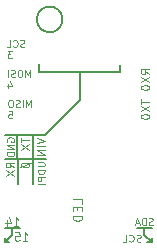
<source format=gbr>
%TF.GenerationSoftware,KiCad,Pcbnew,(6.0.1)*%
%TF.CreationDate,2022-04-12T16:45:31-07:00*%
%TF.ProjectId,3208_board,33323038-5f62-46f6-9172-642e6b696361,rev?*%
%TF.SameCoordinates,Original*%
%TF.FileFunction,Legend,Bot*%
%TF.FilePolarity,Positive*%
%FSLAX46Y46*%
G04 Gerber Fmt 4.6, Leading zero omitted, Abs format (unit mm)*
G04 Created by KiCad (PCBNEW (6.0.1)) date 2022-04-12 16:45:31*
%MOMM*%
%LPD*%
G01*
G04 APERTURE LIST*
%ADD10C,0.150000*%
%ADD11C,0.100000*%
G04 APERTURE END LIST*
D10*
X145353366Y-57785000D02*
G75*
G03*
X145353366Y-57785000I-1081366J0D01*
G01*
X141732000Y-75438000D02*
X140462000Y-75438000D01*
X141097000Y-76009500D02*
X141097000Y-75819000D01*
X143383000Y-62230000D02*
X143383000Y-61722000D01*
X150241000Y-61658500D02*
X150241000Y-62230000D01*
X152273000Y-75438000D02*
X152273000Y-75819000D01*
X141097000Y-76009500D02*
X140462000Y-76644500D01*
D11*
X141732000Y-70294500D02*
X142684500Y-69913500D01*
D10*
X141541500Y-67564000D02*
X141605000Y-71755000D01*
X150241000Y-62230000D02*
X143383000Y-62230000D01*
X143891000Y-67564000D02*
X140525500Y-67564000D01*
X152908000Y-76644500D02*
X152908000Y-76263500D01*
X140462000Y-76263500D02*
X140462000Y-76644500D01*
X141097000Y-75438000D02*
X141097000Y-75819000D01*
X143383000Y-61722000D02*
X143383000Y-61595000D01*
X152273000Y-76009500D02*
X152908000Y-76644500D01*
X152527000Y-76644500D02*
X152908000Y-76644500D01*
X146875500Y-62230000D02*
X146875500Y-64579500D01*
X152908000Y-75438000D02*
X151638000Y-75438000D01*
X143891000Y-67564000D02*
X146875500Y-64579500D01*
X152273000Y-76009500D02*
X152273000Y-75819000D01*
X142875000Y-67564000D02*
X142875000Y-71755000D01*
X143954500Y-69596000D02*
X140525500Y-69596000D01*
X140462000Y-76644500D02*
X140843000Y-76644500D01*
D11*
X153001571Y-75172857D02*
X152915857Y-75201428D01*
X152773000Y-75201428D01*
X152715857Y-75172857D01*
X152687285Y-75144285D01*
X152658714Y-75087142D01*
X152658714Y-75030000D01*
X152687285Y-74972857D01*
X152715857Y-74944285D01*
X152773000Y-74915714D01*
X152887285Y-74887142D01*
X152944428Y-74858571D01*
X152973000Y-74830000D01*
X153001571Y-74772857D01*
X153001571Y-74715714D01*
X152973000Y-74658571D01*
X152944428Y-74630000D01*
X152887285Y-74601428D01*
X152744428Y-74601428D01*
X152658714Y-74630000D01*
X152401571Y-75201428D02*
X152401571Y-74601428D01*
X152258714Y-74601428D01*
X152173000Y-74630000D01*
X152115857Y-74687142D01*
X152087285Y-74744285D01*
X152058714Y-74858571D01*
X152058714Y-74944285D01*
X152087285Y-75058571D01*
X152115857Y-75115714D01*
X152173000Y-75172857D01*
X152258714Y-75201428D01*
X152401571Y-75201428D01*
X151830142Y-75030000D02*
X151544428Y-75030000D01*
X151887285Y-75201428D02*
X151687285Y-74601428D01*
X151487285Y-75201428D01*
X141856666Y-70070666D02*
X141856666Y-70137333D01*
X141890000Y-70204000D01*
X141923333Y-70237333D01*
X141990000Y-70270666D01*
X142123333Y-70304000D01*
X142290000Y-70304000D01*
X142423333Y-70270666D01*
X142490000Y-70237333D01*
X142523333Y-70204000D01*
X142556666Y-70137333D01*
X142556666Y-70070666D01*
X142523333Y-70004000D01*
X142490000Y-69970666D01*
X142423333Y-69937333D01*
X142290000Y-69904000D01*
X142123333Y-69904000D01*
X141990000Y-69937333D01*
X141923333Y-69970666D01*
X141890000Y-70004000D01*
X141856666Y-70070666D01*
X151971285Y-76569857D02*
X151885571Y-76598428D01*
X151742714Y-76598428D01*
X151685571Y-76569857D01*
X151657000Y-76541285D01*
X151628428Y-76484142D01*
X151628428Y-76427000D01*
X151657000Y-76369857D01*
X151685571Y-76341285D01*
X151742714Y-76312714D01*
X151857000Y-76284142D01*
X151914142Y-76255571D01*
X151942714Y-76227000D01*
X151971285Y-76169857D01*
X151971285Y-76112714D01*
X151942714Y-76055571D01*
X151914142Y-76027000D01*
X151857000Y-75998428D01*
X151714142Y-75998428D01*
X151628428Y-76027000D01*
X151028428Y-76541285D02*
X151057000Y-76569857D01*
X151142714Y-76598428D01*
X151199857Y-76598428D01*
X151285571Y-76569857D01*
X151342714Y-76512714D01*
X151371285Y-76455571D01*
X151399857Y-76341285D01*
X151399857Y-76255571D01*
X151371285Y-76141285D01*
X151342714Y-76084142D01*
X151285571Y-76027000D01*
X151199857Y-75998428D01*
X151142714Y-75998428D01*
X151057000Y-76027000D01*
X151028428Y-76055571D01*
X150485571Y-76598428D02*
X150771285Y-76598428D01*
X150771285Y-75998428D01*
X141856666Y-67792666D02*
X141856666Y-68192666D01*
X142556666Y-67992666D02*
X141856666Y-67992666D01*
X141856666Y-68359333D02*
X142556666Y-68826000D01*
X141856666Y-68826000D02*
X142556666Y-68359333D01*
X143190166Y-67813333D02*
X143890166Y-68046666D01*
X143190166Y-68280000D01*
X143890166Y-68513333D02*
X143190166Y-68513333D01*
X143890166Y-68846666D02*
X143190166Y-68846666D01*
X143890166Y-69246666D01*
X143190166Y-69246666D01*
X143244928Y-69888214D02*
X143730642Y-69888214D01*
X143787785Y-69916785D01*
X143816357Y-69945357D01*
X143844928Y-70002500D01*
X143844928Y-70116785D01*
X143816357Y-70173928D01*
X143787785Y-70202500D01*
X143730642Y-70231071D01*
X143244928Y-70231071D01*
X143844928Y-70516785D02*
X143244928Y-70516785D01*
X143244928Y-70659642D01*
X143273500Y-70745357D01*
X143330642Y-70802500D01*
X143387785Y-70831071D01*
X143502071Y-70859642D01*
X143587785Y-70859642D01*
X143702071Y-70831071D01*
X143759214Y-70802500D01*
X143816357Y-70745357D01*
X143844928Y-70659642D01*
X143844928Y-70516785D01*
X143844928Y-71116785D02*
X143244928Y-71116785D01*
X143244928Y-71345357D01*
X143273500Y-71402500D01*
X143302071Y-71431071D01*
X143359214Y-71459642D01*
X143444928Y-71459642D01*
X143502071Y-71431071D01*
X143530642Y-71402500D01*
X143559214Y-71345357D01*
X143559214Y-71116785D01*
X143844928Y-71716785D02*
X143244928Y-71716785D01*
X141230333Y-75246666D02*
X141630333Y-75246666D01*
X141430333Y-75246666D02*
X141430333Y-74546666D01*
X141497000Y-74646666D01*
X141563666Y-74713333D01*
X141630333Y-74746666D01*
X140630333Y-74780000D02*
X140630333Y-75246666D01*
X140797000Y-74513333D02*
X140963666Y-75013333D01*
X140530333Y-75013333D01*
X142682571Y-65193428D02*
X142682571Y-64593428D01*
X142482571Y-65022000D01*
X142282571Y-64593428D01*
X142282571Y-65193428D01*
X141996857Y-65193428D02*
X141996857Y-64593428D01*
X141739714Y-65164857D02*
X141654000Y-65193428D01*
X141511142Y-65193428D01*
X141454000Y-65164857D01*
X141425428Y-65136285D01*
X141396857Y-65079142D01*
X141396857Y-65022000D01*
X141425428Y-64964857D01*
X141454000Y-64936285D01*
X141511142Y-64907714D01*
X141625428Y-64879142D01*
X141682571Y-64850571D01*
X141711142Y-64822000D01*
X141739714Y-64764857D01*
X141739714Y-64707714D01*
X141711142Y-64650571D01*
X141682571Y-64622000D01*
X141625428Y-64593428D01*
X141482571Y-64593428D01*
X141396857Y-64622000D01*
X141025428Y-64593428D02*
X140911142Y-64593428D01*
X140854000Y-64622000D01*
X140796857Y-64679142D01*
X140768285Y-64793428D01*
X140768285Y-64993428D01*
X140796857Y-65107714D01*
X140854000Y-65164857D01*
X140911142Y-65193428D01*
X141025428Y-65193428D01*
X141082571Y-65164857D01*
X141139714Y-65107714D01*
X141168285Y-64993428D01*
X141168285Y-64793428D01*
X141139714Y-64679142D01*
X141082571Y-64622000D01*
X141025428Y-64593428D01*
X140796857Y-65559428D02*
X141082571Y-65559428D01*
X141111142Y-65845142D01*
X141082571Y-65816571D01*
X141025428Y-65788000D01*
X140882571Y-65788000D01*
X140825428Y-65816571D01*
X140796857Y-65845142D01*
X140768285Y-65902285D01*
X140768285Y-66045142D01*
X140796857Y-66102285D01*
X140825428Y-66130857D01*
X140882571Y-66159428D01*
X141025428Y-66159428D01*
X141082571Y-66130857D01*
X141111142Y-66102285D01*
X141286666Y-70304833D02*
X140953333Y-70071500D01*
X141286666Y-69904833D02*
X140586666Y-69904833D01*
X140586666Y-70171500D01*
X140620000Y-70238166D01*
X140653333Y-70271500D01*
X140720000Y-70304833D01*
X140820000Y-70304833D01*
X140886666Y-70271500D01*
X140920000Y-70238166D01*
X140953333Y-70171500D01*
X140953333Y-69904833D01*
X140586666Y-70538166D02*
X141286666Y-71004833D01*
X140586666Y-71004833D02*
X141286666Y-70538166D01*
X147046904Y-73399714D02*
X147046904Y-73018761D01*
X146246904Y-73018761D01*
X146627857Y-73666380D02*
X146627857Y-73933047D01*
X147046904Y-74047333D02*
X147046904Y-73666380D01*
X146246904Y-73666380D01*
X146246904Y-74047333D01*
X147046904Y-74390190D02*
X146246904Y-74390190D01*
X146246904Y-74580666D01*
X146285000Y-74694952D01*
X146361190Y-74771142D01*
X146437380Y-74809238D01*
X146589761Y-74847333D01*
X146704047Y-74847333D01*
X146856428Y-74809238D01*
X146932619Y-74771142D01*
X147008809Y-74694952D01*
X147046904Y-74580666D01*
X147046904Y-74390190D01*
X142619071Y-62653428D02*
X142619071Y-62053428D01*
X142419071Y-62482000D01*
X142219071Y-62053428D01*
X142219071Y-62653428D01*
X141819071Y-62053428D02*
X141704785Y-62053428D01*
X141647642Y-62082000D01*
X141590500Y-62139142D01*
X141561928Y-62253428D01*
X141561928Y-62453428D01*
X141590500Y-62567714D01*
X141647642Y-62624857D01*
X141704785Y-62653428D01*
X141819071Y-62653428D01*
X141876214Y-62624857D01*
X141933357Y-62567714D01*
X141961928Y-62453428D01*
X141961928Y-62253428D01*
X141933357Y-62139142D01*
X141876214Y-62082000D01*
X141819071Y-62053428D01*
X141333357Y-62624857D02*
X141247642Y-62653428D01*
X141104785Y-62653428D01*
X141047642Y-62624857D01*
X141019071Y-62596285D01*
X140990500Y-62539142D01*
X140990500Y-62482000D01*
X141019071Y-62424857D01*
X141047642Y-62396285D01*
X141104785Y-62367714D01*
X141219071Y-62339142D01*
X141276214Y-62310571D01*
X141304785Y-62282000D01*
X141333357Y-62224857D01*
X141333357Y-62167714D01*
X141304785Y-62110571D01*
X141276214Y-62082000D01*
X141219071Y-62053428D01*
X141076214Y-62053428D01*
X140990500Y-62082000D01*
X140733357Y-62653428D02*
X140733357Y-62053428D01*
X140761928Y-63219428D02*
X140761928Y-63619428D01*
X140904785Y-62990857D02*
X141047642Y-63419428D01*
X140676214Y-63419428D01*
X141992333Y-76516666D02*
X142392333Y-76516666D01*
X142192333Y-76516666D02*
X142192333Y-75816666D01*
X142259000Y-75916666D01*
X142325666Y-75983333D01*
X142392333Y-76016666D01*
X141359000Y-75816666D02*
X141692333Y-75816666D01*
X141725666Y-76150000D01*
X141692333Y-76116666D01*
X141625666Y-76083333D01*
X141459000Y-76083333D01*
X141392333Y-76116666D01*
X141359000Y-76150000D01*
X141325666Y-76216666D01*
X141325666Y-76383333D01*
X141359000Y-76450000D01*
X141392333Y-76483333D01*
X141459000Y-76516666D01*
X141625666Y-76516666D01*
X141692333Y-76483333D01*
X141725666Y-76450000D01*
X152016666Y-64538333D02*
X152016666Y-64938333D01*
X152716666Y-64738333D02*
X152016666Y-64738333D01*
X152016666Y-65105000D02*
X152716666Y-65571666D01*
X152016666Y-65571666D02*
X152716666Y-65105000D01*
X152016666Y-65971666D02*
X152016666Y-66038333D01*
X152050000Y-66105000D01*
X152083333Y-66138333D01*
X152150000Y-66171666D01*
X152283333Y-66205000D01*
X152450000Y-66205000D01*
X152583333Y-66171666D01*
X152650000Y-66138333D01*
X152683333Y-66105000D01*
X152716666Y-66038333D01*
X152716666Y-65971666D01*
X152683333Y-65905000D01*
X152650000Y-65871666D01*
X152583333Y-65838333D01*
X152450000Y-65805000D01*
X152283333Y-65805000D01*
X152150000Y-65838333D01*
X152083333Y-65871666D01*
X152050000Y-65905000D01*
X152016666Y-65971666D01*
X142133357Y-60084857D02*
X142047642Y-60113428D01*
X141904785Y-60113428D01*
X141847642Y-60084857D01*
X141819071Y-60056285D01*
X141790500Y-59999142D01*
X141790500Y-59942000D01*
X141819071Y-59884857D01*
X141847642Y-59856285D01*
X141904785Y-59827714D01*
X142019071Y-59799142D01*
X142076214Y-59770571D01*
X142104785Y-59742000D01*
X142133357Y-59684857D01*
X142133357Y-59627714D01*
X142104785Y-59570571D01*
X142076214Y-59542000D01*
X142019071Y-59513428D01*
X141876214Y-59513428D01*
X141790500Y-59542000D01*
X141190500Y-60056285D02*
X141219071Y-60084857D01*
X141304785Y-60113428D01*
X141361928Y-60113428D01*
X141447642Y-60084857D01*
X141504785Y-60027714D01*
X141533357Y-59970571D01*
X141561928Y-59856285D01*
X141561928Y-59770571D01*
X141533357Y-59656285D01*
X141504785Y-59599142D01*
X141447642Y-59542000D01*
X141361928Y-59513428D01*
X141304785Y-59513428D01*
X141219071Y-59542000D01*
X141190500Y-59570571D01*
X140647642Y-60113428D02*
X140933357Y-60113428D01*
X140933357Y-59513428D01*
X141076214Y-60479428D02*
X140704785Y-60479428D01*
X140904785Y-60708000D01*
X140819071Y-60708000D01*
X140761928Y-60736571D01*
X140733357Y-60765142D01*
X140704785Y-60822285D01*
X140704785Y-60965142D01*
X140733357Y-61022285D01*
X140761928Y-61050857D01*
X140819071Y-61079428D01*
X140990500Y-61079428D01*
X141047642Y-61050857D01*
X141076214Y-61022285D01*
X140670000Y-68122857D02*
X140641428Y-68065714D01*
X140641428Y-67980000D01*
X140670000Y-67894285D01*
X140727142Y-67837142D01*
X140784285Y-67808571D01*
X140898571Y-67780000D01*
X140984285Y-67780000D01*
X141098571Y-67808571D01*
X141155714Y-67837142D01*
X141212857Y-67894285D01*
X141241428Y-67980000D01*
X141241428Y-68037142D01*
X141212857Y-68122857D01*
X141184285Y-68151428D01*
X140984285Y-68151428D01*
X140984285Y-68037142D01*
X141241428Y-68408571D02*
X140641428Y-68408571D01*
X141241428Y-68751428D01*
X140641428Y-68751428D01*
X141241428Y-69037142D02*
X140641428Y-69037142D01*
X140641428Y-69180000D01*
X140670000Y-69265714D01*
X140727142Y-69322857D01*
X140784285Y-69351428D01*
X140898571Y-69380000D01*
X140984285Y-69380000D01*
X141098571Y-69351428D01*
X141155714Y-69322857D01*
X141212857Y-69265714D01*
X141241428Y-69180000D01*
X141241428Y-69037142D01*
X152716666Y-62415000D02*
X152383333Y-62181666D01*
X152716666Y-62015000D02*
X152016666Y-62015000D01*
X152016666Y-62281666D01*
X152050000Y-62348333D01*
X152083333Y-62381666D01*
X152150000Y-62415000D01*
X152250000Y-62415000D01*
X152316666Y-62381666D01*
X152350000Y-62348333D01*
X152383333Y-62281666D01*
X152383333Y-62015000D01*
X152016666Y-62648333D02*
X152716666Y-63115000D01*
X152016666Y-63115000D02*
X152716666Y-62648333D01*
X152016666Y-63515000D02*
X152016666Y-63581666D01*
X152050000Y-63648333D01*
X152083333Y-63681666D01*
X152150000Y-63715000D01*
X152283333Y-63748333D01*
X152450000Y-63748333D01*
X152583333Y-63715000D01*
X152650000Y-63681666D01*
X152683333Y-63648333D01*
X152716666Y-63581666D01*
X152716666Y-63515000D01*
X152683333Y-63448333D01*
X152650000Y-63415000D01*
X152583333Y-63381666D01*
X152450000Y-63348333D01*
X152283333Y-63348333D01*
X152150000Y-63381666D01*
X152083333Y-63415000D01*
X152050000Y-63448333D01*
X152016666Y-63515000D01*
M02*

</source>
